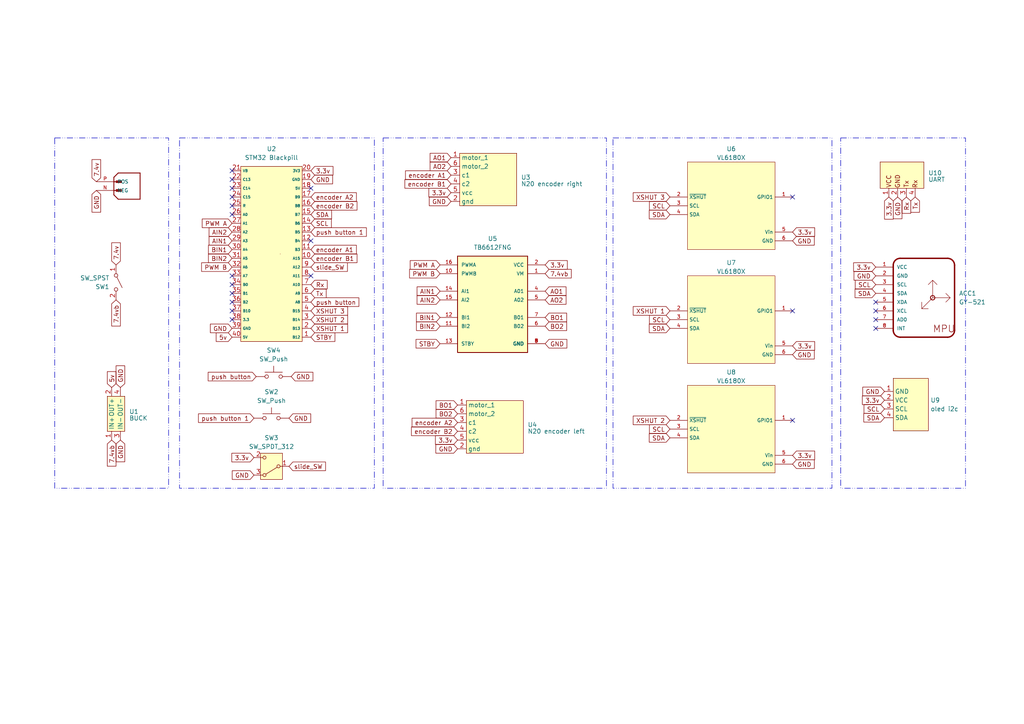
<source format=kicad_sch>
(kicad_sch (version 20250114) (generator "eeschema") (generator_version "9.0")
  (paper "A4")
  (lib_symbols
    (symbol "GY521:GY-521" (pin_names (offset 1.016))
      (property "Reference" "ACC" (at -9.652 11.938 0))
      (property "Value" "GY-521" (at 4.572 -11.938 0))
      (symbol "GY-521_0_0"
        (polyline (pts (xy -11.43 -9.43) (xy -11.43 9.43)) (stroke (width 0.4064)))
        (polyline (pts (xy -9.43 11.43) (xy 4.35 11.43)) (stroke (width 0.4064)))
        (arc (start -11.43 9.43) (mid -10.8442 10.8442) (end -9.43 11.43) (stroke (width 0.4064)))
        (arc (start -9.43 -11.43) (mid -10.8442 -10.8442) (end -11.43 -9.43) (stroke (width 0.4064)))
        (polyline (pts (xy -3.175 -3.175) (xy -3.175 -1.27)) (stroke (width 0.127)))
        (polyline (pts (xy -3.175 -3.175) (xy -1.27 -3.175)) (stroke (width 0.127)))
        (polyline (pts (xy 0 5.08) (xy -1.27 3.81)) (stroke (width 0.127)))
        (polyline (pts (xy 0 0) (xy -3.175 -3.175)) (stroke (width 0.127)))
        (polyline (pts (xy 0 0) (xy 0 5.08)) (stroke (width 0.127)))
        (polyline (pts (xy 0 0) (xy 5.08 0)) (stroke (width 0.127)))
        (circle (center 0 0) (radius 0.635) (stroke (width 0.254)))
        (polyline (pts (xy 1.27 3.81) (xy 0 5.08)) (stroke (width 0.127)))
        (polyline (pts (xy 3.81 1.27) (xy 5.08 0)) (stroke (width 0.127)))
        (arc (start 4.35 11.43) (mid 5.7642 10.8442) (end 6.35 9.43) (stroke (width 0.4064)))
        (arc (start 6.35 -9.43) (mid 5.7642 -10.8442) (end 4.35 -11.43) (stroke (width 0.4064)))
        (polyline (pts (xy 4.35 -11.43) (xy -9.43 -11.43)) (stroke (width 0.4064)))
        (polyline (pts (xy 5.08 0) (xy 3.81 -1.27)) (stroke (width 0.127)))
        (polyline (pts (xy 6.35 9.43) (xy 6.35 -9.43)) (stroke (width 0.4064)))
        (text "MPU" (at 0 -10.16 0) (effects (font (size 2 2)) (justify left bottom)))
      )
      (symbol "GY-521_1_0"
        (pin bidirectional line (at -16.51 8.89 0) (length 5.08) (name "VCC") (number "1"))
        (pin bidirectional line (at -16.51 6.35 0) (length 5.08) (name "GND") (number "2"))
        (pin bidirectional line (at -16.51 3.81 0) (length 5.08) (name "SCL") (number "3"))
        (pin bidirectional line (at -16.51 1.27 0) (length 5.08) (name "SDA") (number "4"))
        (pin bidirectional line (at -16.51 -1.27 0) (length 5.08) (name "XDA") (number "5"))
        (pin bidirectional line (at -16.51 -3.81 0) (length 5.08) (name "XCL") (number "6"))
        (pin bidirectional line (at -16.51 -6.35 0) (length 5.08) (name "AD0") (number "7"))
        (pin bidirectional line (at -16.51 -8.89 0) (length 5.08) (name "INT") (number "8"))
      )
    )
    (symbol "STM32 blackpill:STM32F411CEU6_"
      (property "Reference" "U" (at -3.81 26.924 0))
      (property "Value" "STM32 Blackpill" (at -3.556 23.876 0))
      (symbol "STM32F411CEU6__0_1"
        (rectangle (start -1.27 -3.81) (end -1.27 -3.81))
      )
      (symbol "STM32F411CEU6__1_1"
        (rectangle (start -12.7 21.59) (end 5.08 -29.21) (fill (type background)))
        (pin bidirectional line (at -15.24 20.32 0) (length 2.54) (name "VB") (number "21"))
        (pin bidirectional line (at -15.24 17.78 0) (length 2.54) (name "C13") (number "22"))
        (pin bidirectional line (at -15.24 15.24 0) (length 2.54) (name "C14") (number "23"))
        (pin bidirectional line (at -15.24 12.7 0) (length 2.54) (name "C15") (number "24"))
        (pin bidirectional line (at -15.24 10.16 0) (length 2.54) (name "R") (number "25"))
        (pin bidirectional line (at -15.24 7.62 0) (length 2.54) (name "A0") (number "26"))
        (pin bidirectional line (at -15.24 5.08 0) (length 2.54) (name "A1") (number "27"))
        (pin bidirectional line (at -15.24 2.54 0) (length 2.54) (name "A2") (number "28"))
        (pin bidirectional line (at -15.24 0 0) (length 2.54) (name "A3") (number "29"))
        (pin bidirectional line (at -15.24 -2.54 0) (length 2.54) (name "A4") (number "30"))
        (pin bidirectional line (at -15.24 -5.08 0) (length 2.54) (name "A5") (number "31"))
        (pin bidirectional line (at -15.24 -7.62 0) (length 2.54) (name "A6") (number "32"))
        (pin bidirectional line (at -15.24 -10.16 0) (length 2.54) (name "A7") (number "33"))
        (pin bidirectional line (at -15.24 -12.7 0) (length 2.54) (name "B0") (number "34"))
        (pin bidirectional line (at -15.24 -15.24 0) (length 2.54) (name "B1") (number "35"))
        (pin bidirectional line (at -15.24 -17.78 0) (length 2.54) (name "B2") (number "36"))
        (pin bidirectional line (at -15.24 -20.32 0) (length 2.54) (name "B10") (number "37"))
        (pin bidirectional line (at -15.24 -22.86 0) (length 2.54) (name "3.3") (number "38"))
        (pin bidirectional line (at -15.24 -25.4 0) (length 2.54) (name "GND") (number "39"))
        (pin bidirectional line (at -15.24 -27.94 0) (length 2.54) (name "5V") (number "40"))
        (pin bidirectional line (at 7.62 20.32 180) (length 2.54) (name "3V3") (number "20"))
        (pin bidirectional line (at 7.62 17.78 180) (length 2.54) (name "GND") (number "19"))
        (pin bidirectional line (at 7.62 15.24 180) (length 2.54) (name "5V") (number "18"))
        (pin bidirectional line (at 7.62 12.7 180) (length 2.54) (name "B9") (number "17"))
        (pin bidirectional line (at 7.62 10.16 180) (length 2.54) (name "B8") (number "16"))
        (pin bidirectional line (at 7.62 7.62 180) (length 2.54) (name "B7") (number "15"))
        (pin bidirectional line (at 7.62 5.08 180) (length 2.54) (name "B6") (number "14"))
        (pin bidirectional line (at 7.62 2.54 180) (length 2.54) (name "B5") (number "13"))
        (pin bidirectional line (at 7.62 0 180) (length 2.54) (name "B4") (number "12"))
        (pin bidirectional line (at 7.62 -2.54 180) (length 2.54) (name "B3") (number "11"))
        (pin bidirectional line (at 7.62 -5.08 180) (length 2.54) (name "A15") (number "10"))
        (pin bidirectional line (at 7.62 -7.62 180) (length 2.54) (name "A12") (number "9"))
        (pin bidirectional line (at 7.62 -10.16 180) (length 2.54) (name "A11") (number "8"))
        (pin bidirectional line (at 7.62 -12.7 180) (length 2.54) (name "A10") (number "7"))
        (pin bidirectional line (at 7.62 -15.24 180) (length 2.54) (name "A9") (number "6"))
        (pin bidirectional line (at 7.62 -17.78 180) (length 2.54) (name "A8") (number "5"))
        (pin bidirectional line (at 7.62 -20.32 180) (length 2.54) (name "B15") (number "4"))
        (pin bidirectional line (at 7.62 -22.86 180) (length 2.54) (name "B14") (number "3"))
        (pin bidirectional line (at 7.62 -25.4 180) (length 2.54) (name "B13") (number "2"))
        (pin bidirectional line (at 7.62 -27.94 180) (length 2.54) (name "B12") (number "1"))
      )
    )
    (symbol "Screen_oled:Oled"
      (property "Reference" "U" (at 0 7.112 0))
      (property "Value" "oled i2c" (at 10.414 -6.604 0))
      (symbol "Oled_1_1"
        (rectangle (start -7.62 5.08) (end 7.62 -5.08) (fill (type background)))
        (pin bidirectional line (at -3.81 -7.62 90) (length 2.54) (name "GND") (number "1"))
        (pin bidirectional line (at -1.27 -7.62 90) (length 2.54) (name "VCC") (number "2"))
        (pin bidirectional line (at 1.27 -7.62 90) (length 2.54) (name "SCL") (number "3"))
        (pin bidirectional line (at 3.81 -7.62 90) (length 2.54) (name "SDA") (number "4"))
      )
    )
    (symbol "Switch:SW_Push" (pin_numbers (hide yes)) (pin_names (offset 1.016) (hide yes))
      (property "Reference" "SW" (at 1.27 2.54 0))
      (property "Value" "SW_Push" (at 0 -1.524 0))
      (symbol "SW_Push_0_1"
        (circle (center -2.032 0) (radius 0.508))
        (polyline (pts (xy 0 1.27) (xy 0 3.048)))
        (circle (center 2.032 0) (radius 0.508))
        (polyline (pts (xy 2.54 1.27) (xy -2.54 1.27)))
        (pin passive line (at -5.08 0 0) (length 2.54) (name "1") (number "1"))
        (pin passive line (at 5.08 0 180) (length 2.54) (name "2") (number "2"))
      )
    )
    (symbol "Switch:SW_SPDT_312" (pin_names (offset 1) (hide yes))
      (property "Reference" "SW" (at 0 5.08 0))
      (property "Value" "SW_SPDT_312" (at 0 -5.08 0))
      (symbol "SW_SPDT_312_0_1"
        (circle (center -2.032 0) (radius 0.4572))
        (polyline (pts (xy -1.651 0.254) (xy 1.651 2.286)))
        (circle (center 2.032 2.54) (radius 0.4572))
        (circle (center 2.032 -2.54) (radius 0.4572))
      )
      (symbol "SW_SPDT_312_1_1"
        (rectangle (start -3.175 3.81) (end 3.175 -3.81) (fill (type background)))
        (pin passive line (at -5.08 0 0) (length 2.54) (name "B") (number "1"))
        (pin passive line (at 5.08 2.54 180) (length 2.54) (name "A") (number "3"))
        (pin passive line (at 5.08 -2.54 180) (length 2.54) (name "C") (number "2"))
      )
    )
    (symbol "Switch:SW_SPST" (pin_names (offset 0) (hide yes))
      (property "Reference" "SW1" (at 1.2701 -1.905 90))
      (property "Value" "SW_SPST" (at -1.2699 -1.905 90))
      (symbol "SW_SPST_0_0"
        (circle (center -2.032 0) (radius 0.508))
        (polyline (pts (xy -1.524 0.254) (xy 1.524 1.778)))
        (circle (center 2.032 0) (radius 0.508))
      )
      (symbol "SW_SPST_1_1"
        (pin passive line (at -5.08 0 0) (length 2.54) (name "A") (number "1"))
        (pin passive line (at 5.08 0 180) (length 2.54) (name "B") (number "2"))
      )
    )
    (symbol "TB66:TB6612FNG" (pin_names (offset 1.016))
      (property "Reference" "U" (at -10.16 16.002 0))
      (property "Value" "TB6612FNG" (at -5.588 -16.002 0))
      (symbol "TB6612FNG_0_0"
        (rectangle (start -10.16 -12.7) (end 10.16 15.24) (stroke (width 0.254)) (fill (type background)))
        (pin input line (at -15.24 12.7 0) (length 5.08) (name "PWMA") (number "16"))
        (pin input line (at -15.24 10.16 0) (length 5.08) (name "PWMB") (number "10"))
        (pin input line (at -15.24 5.08 0) (length 5.08) (name "AI1") (number "14"))
        (pin input line (at -15.24 2.54 0) (length 5.08) (name "AI2") (number "15"))
        (pin input line (at -15.24 -2.54 0) (length 5.08) (name "BI1") (number "12"))
        (pin input line (at -15.24 -5.08 0) (length 5.08) (name "BI2") (number "11"))
        (pin input line (at -15.24 -10.16 0) (length 5.08) (name "STBY") (number "13"))
        (pin output line (at 15.24 5.08 180) (length 5.08) (name "A01") (number "4"))
        (pin output line (at 15.24 2.54 180) (length 5.08) (name "A02") (number "5"))
        (pin output line (at 15.24 -2.54 180) (length 5.08) (name "B01") (number "7"))
        (pin output line (at 15.24 -5.08 180) (length 5.08) (name "B02") (number "6"))
      )
      (symbol "TB6612FNG_1_0"
        (pin bidirectional line (at 15.24 12.7 180) (length 5.08) (name "VCC") (number "2"))
        (pin bidirectional line (at 15.24 10.16 180) (length 5.08) (name "VM") (number "1"))
        (pin bidirectional line (at 15.24 -10.16 180) (length 5.08) (name "GND") (number "3"))
        (pin bidirectional line (at 15.24 -10.16 180) (length 5.08) (name "GND") (number "8"))
        (pin bidirectional line (at 15.24 -10.16 180) (length 5.08) (name "GND") (number "9"))
      )
    )
    (symbol "UART:UART"
      (property "Reference" "U" (at 0 0 0))
      (symbol "UART_1_1"
        (rectangle (start -6.35 3.81) (end 6.35 -3.81) (fill (type background)))
        (text "VCC" (at -3.81 -1.778 900) (effects (font (size 1.27 1.27))))
        (text "GND" (at -1.27 -1.778 900) (effects (font (size 1.27 1.27))))
        (text "Tx" (at 1.27 -2.54 900) (effects (font (size 1.27 1.27))))
        (text "Rx" (at 3.81 -2.54 900) (effects (font (size 1.27 1.27))))
        (pin bidirectional line (at -3.81 -6.35 90) (length 2.54) (name "") (number "1"))
        (pin bidirectional line (at -1.27 -6.35 90) (length 2.54) (name "") (number "2"))
        (pin bidirectional line (at 1.27 -6.35 90) (length 2.54) (name "") (number "3"))
        (pin bidirectional line (at 3.81 -6.35 90) (length 2.54) (name "") (number "4"))
      )
    )
    (symbol "VL53L0X:VL6180x"
      (property "Reference" "U" (at 0 0 0))
      (symbol "VL6180x_0_0"
        (rectangle (start -12.7 13.97) (end 12.7 -11.43) (stroke (width 0.127)) (fill (type background)))
      )
      (symbol "VL6180x_1_0"
        (pin input line (at -17.78 3.81 0) (length 5.08) (name "~{XSHUT}") (number "2"))
        (pin input line (at -17.78 1.27 0) (length 5.08) (name "SCL") (number "3"))
        (pin bidirectional line (at -17.78 -1.27 0) (length 5.08) (name "SDA") (number "4"))
        (pin output line (at 17.78 3.81 180) (length 5.08) (name "GPIO1") (number "1"))
        (pin bidirectional line (at 17.78 -6.35 180) (length 5.08) (name "Vin") (number "5"))
        (pin bidirectional line (at 17.78 -8.89 180) (length 5.08) (name "GND") (number "6"))
      )
    )
    (symbol "VL6180x_1"
      (property "Reference" "U" (at 0.254 -14.478 0))
      (symbol "VL6180x_1_0_0"
        (rectangle (start -12.7 13.97) (end 12.7 -11.43) (stroke (width 0.127)) (fill (type background)))
      )
      (symbol "VL6180x_1_1_0"
        (pin input line (at -17.78 3.81 0) (length 5.08) (name "~{XSHUT}") (number "2"))
        (pin input line (at -17.78 1.27 0) (length 5.08) (name "SCL") (number "3"))
        (pin bidirectional line (at -17.78 -1.27 0) (length 5.08) (name "SDA") (number "4"))
        (pin output line (at 17.78 3.81 180) (length 5.08) (name "GPIO1") (number "1"))
        (pin bidirectional line (at 17.78 -6.35 180) (length 5.08) (name "Vin") (number "5"))
        (pin bidirectional line (at 17.78 -8.89 180) (length 5.08) (name "GND") (number "6"))
      )
    )
    (symbol "VL6180x_2"
      (property "Value" "VL6180X" (at 0 15.24 0))
      (symbol "VL6180x_2_0_0"
        (rectangle (start -12.7 13.97) (end 12.7 -11.43) (stroke (width 0.127)) (fill (type background)))
      )
      (symbol "VL6180x_2_1_0"
        (pin input line (at -17.78 3.81 0) (length 5.08) (name "~{XSHUT}") (number "2"))
        (pin input line (at -17.78 1.27 0) (length 5.08) (name "SCL") (number "3"))
        (pin bidirectional line (at -17.78 -1.27 0) (length 5.08) (name "SDA") (number "4"))
        (pin output line (at 17.78 3.81 180) (length 5.08) (name "GPIO1") (number "1"))
        (pin bidirectional line (at 17.78 -6.35 180) (length 5.08) (name "Vin") (number "5"))
        (pin bidirectional line (at 17.78 -8.89 180) (length 5.08) (name "GND") (number "6"))
      )
    )
    (symbol "XT60-M:XT60-M" (pin_names (offset 1.016))
      (property "Reference" "J" (at 0 6.35 0))
      (property "Value" "XT60-M" (at 0 -5.08 0))
      (symbol "XT60-M_0_0"
        (polyline (pts (xy 0 3.81) (xy 0 2.54)) (stroke (width 0.254)))
        (polyline (pts (xy 0 3.81) (xy 1.27 5.08)) (stroke (width 0.254)))
        (polyline (pts (xy 0 2.54) (xy 0 -1.27)) (stroke (width 0.254)))
        (polyline (pts (xy 0 2.54) (xy 1.905 2.54)) (stroke (width 0.254)))
        (polyline (pts (xy 0 0) (xy 1.905 0)) (stroke (width 0.254)))
        (polyline (pts (xy 0 -1.27) (xy 1.27 -2.54)) (stroke (width 0.254)))
        (rectangle (start 0.635 2.2225) (end 2.2225 2.8575) (stroke (width 0.1)) (fill (type outline)))
        (rectangle (start 0.635 -0.3175) (end 2.2225 0.3175) (stroke (width 0.1)) (fill (type outline)))
        (polyline (pts (xy 1.27 -2.54) (xy 7.62 -2.54)) (stroke (width 0.254)))
        (polyline (pts (xy 7.62 5.08) (xy 1.27 5.08)) (stroke (width 0.254)))
        (polyline (pts (xy 7.62 -2.54) (xy 7.62 5.08)) (stroke (width 0.254)))
        (pin passive line (at -5.08 2.54 0) (length 5.08) (name "POS") (number "P"))
        (pin passive line (at -5.08 0 0) (length 5.08) (name "NEG") (number "N"))
      )
    )
    (symbol "buck:buck"
      (property "Reference" "U" (at 2.54 2.032 0))
      (symbol "buck_0_1"
        (rectangle (start -2.54 1.27) (end -2.54 1.27))
      )
      (symbol "buck_1_1"
        (rectangle (start -2.54 1.27) (end 7.62 -3.81) (fill (type background)))
        (pin bidirectional line (at -5.08 0 0) (length 2.54) (name "IN+") (number "1"))
        (pin bidirectional line (at -5.08 -2.54 0) (length 2.54) (name "IN-") (number "3"))
        (pin bidirectional line (at 10.16 0 180) (length 2.54) (name "OUT+") (number "2"))
        (pin bidirectional line (at 10.16 -2.54 180) (length 2.54) (name "OUT-") (number "4"))
      )
    )
    (symbol "encoder motor:encoder_motor"
      (property "Reference" "U" (at 10.414 8.382 0))
      (symbol "encoder_motor_1_1"
        (rectangle (start -5.08 5.08) (end 11.43 -10.16) (fill (type background)))
        (pin bidirectional line (at -7.62 3.81 0) (length 2.54) (name "motor_1") (number "1"))
        (pin bidirectional line (at -7.62 1.27 0) (length 2.54) (name "motor_2") (number "6"))
        (pin bidirectional line (at -7.62 -1.27 0) (length 2.54) (name "c1") (number "3"))
        (pin bidirectional line (at -7.62 -3.81 0) (length 2.54) (name "c2") (number "4"))
        (pin bidirectional line (at -7.62 -6.35 0) (length 2.54) (name "vcc") (number "5"))
        (pin bidirectional line (at -7.62 -8.89 0) (length 2.54) (name "gnd") (number "2"))
      )
    )
  )
  (rectangle (start 243.84 40.005) (end 280.035 141.605) (stroke (width 0) (type dash_dot_dot)))
  (rectangle (start 52.07 40.005) (end 108.585 141.605) (stroke (width 0) (type dash_dot_dot)))
  (rectangle (start 177.8 40.005) (end 241.3 141.605) (stroke (width 0) (type dash_dot_dot)))
  (rectangle (start 111.125 40.005) (end 175.895 141.605) (stroke (width 0) (type dash_dot_dot)))
  (rectangle (start 15.875 40.005) (end 48.895 141.605) (stroke (width 0) (type dash_dot_dot)))
  (no_connect (at 67.31 90.17))
  (no_connect (at 67.31 85.09))
  (no_connect (at 67.31 49.53))
  (no_connect (at 67.31 54.61))
  (no_connect (at 229.87 90.17))
  (no_connect (at 67.31 57.15))
  (no_connect (at 67.31 82.55))
  (no_connect (at 67.31 87.63))
  (no_connect (at 90.17 69.85))
  (no_connect (at 254 87.63))
  (no_connect (at 67.31 80.01))
  (no_connect (at 67.31 52.07))
  (no_connect (at 254 95.25))
  (no_connect (at 229.87 121.92))
  (no_connect (at 229.87 57.15))
  (no_connect (at 67.31 92.71))
  (no_connect (at 67.31 59.69))
  (no_connect (at 254 92.71))
  (no_connect (at 90.17 54.61))
  (no_connect (at 67.31 62.23))
  (no_connect (at 90.17 80.01))
  (no_connect (at 254 90.17))
  (global_label "PWM A" (shape input) (at 67.31 64.77 180) (property "Intersheetrefs" "${INTERSHEET_REFS}" (effects (hide yes))))
  (global_label "encoder B1" (shape input) (at 130.81 53.34 180) (property "Intersheetrefs" "${INTERSHEET_REFS}" (effects (hide yes))))
  (global_label "push button" (shape input) (at 74.295 109.22 180) (property "Intersheetrefs" "${INTERSHEET_REFS}" (effects (hide yes))))
  (global_label "GND" (shape input) (at 67.31 95.25 180) (property "Intersheetrefs" "${INTERSHEET_REFS}" (effects (hide yes))))
  (global_label "GND" (shape input) (at 254 80.01 180) (property "Intersheetrefs" "${INTERSHEET_REFS}" (effects (hide yes))))
  (global_label "GND" (shape input) (at 34.925 112.395 90) (property "Intersheetrefs" "${INTERSHEET_REFS}" (effects (hide yes))))
  (global_label "3.3v" (shape input) (at 130.81 55.88 180) (property "Intersheetrefs" "${INTERSHEET_REFS}" (effects (hide yes))))
  (global_label "7.4vb" (shape input) (at 33.655 86.995 270) (property "Intersheetrefs" "${INTERSHEET_REFS}" (effects (hide yes))))
  (global_label "PWM B" (shape input) (at 67.31 77.47 180) (property "Intersheetrefs" "${INTERSHEET_REFS}" (effects (hide yes))))
  (global_label "XSHUT 3" (shape input) (at 194.31 57.15 180) (property "Intersheetrefs" "${INTERSHEET_REFS}" (effects (hide yes))))
  (global_label "SCL" (shape input) (at 194.31 59.69 180) (property "Intersheetrefs" "${INTERSHEET_REFS}" (effects (hide yes))))
  (global_label "GND" (shape input) (at 132.715 130.175 180) (property "Intersheetrefs" "${INTERSHEET_REFS}" (effects (hide yes))))
  (global_label "encoder B2" (shape input) (at 132.715 125.095 180) (property "Intersheetrefs" "${INTERSHEET_REFS}" (effects (hide yes))))
  (global_label "Rx" (shape input) (at 262.89 57.15 270) (property "Intersheetrefs" "${INTERSHEET_REFS}" (effects (hide yes))))
  (global_label "SDA" (shape input) (at 194.31 62.23 180) (property "Intersheetrefs" "${INTERSHEET_REFS}" (effects (hide yes))))
  (global_label "7.4vb" (shape input) (at 158.115 79.375 0) (property "Intersheetrefs" "${INTERSHEET_REFS}" (effects (hide yes))))
  (global_label "encoder A2" (shape input) (at 90.17 57.15 0) (property "Intersheetrefs" "${INTERSHEET_REFS}" (effects (hide yes))))
  (global_label "AIN1" (shape input) (at 127.635 84.455 180) (property "Intersheetrefs" "${INTERSHEET_REFS}" (effects (hide yes))))
  (global_label "3.3v" (shape input) (at 158.115 76.835 0) (property "Intersheetrefs" "${INTERSHEET_REFS}" (effects (hide yes))))
  (global_label "XSHUT 1" (shape input) (at 90.17 95.25 0) (property "Intersheetrefs" "${INTERSHEET_REFS}" (effects (hide yes))))
  (global_label "XSHUT 3" (shape input) (at 90.17 90.17 0) (property "Intersheetrefs" "${INTERSHEET_REFS}" (effects (hide yes))))
  (global_label "3.3v" (shape input) (at 132.715 127.635 180) (property "Intersheetrefs" "${INTERSHEET_REFS}" (effects (hide yes))))
  (global_label "BO2" (shape input) (at 158.115 94.615 0) (property "Intersheetrefs" "${INTERSHEET_REFS}" (effects (hide yes))))
  (global_label "3.3v" (shape input) (at 90.17 49.53 0) (property "Intersheetrefs" "${INTERSHEET_REFS}" (effects (hide yes))))
  (global_label "push button 1" (shape input) (at 73.66 121.285 180) (property "Intersheetrefs" "${INTERSHEET_REFS}" (effects (hide yes))))
  (global_label "AIN2" (shape input) (at 127.635 86.995 180) (property "Intersheetrefs" "${INTERSHEET_REFS}" (effects (hide yes))))
  (global_label "encoder A1" (shape input) (at 90.17 72.39 0) (property "Intersheetrefs" "${INTERSHEET_REFS}" (effects (hide yes))))
  (global_label "BIN2" (shape input) (at 127.635 94.615 180) (property "Intersheetrefs" "${INTERSHEET_REFS}" (effects (hide yes))))
  (global_label "AO1" (shape input) (at 130.81 45.72 180) (property "Intersheetrefs" "${INTERSHEET_REFS}" (effects (hide yes))))
  (global_label "3.3v" (shape input) (at 229.87 67.31 0) (property "Intersheetrefs" "${INTERSHEET_REFS}" (effects (hide yes))))
  (global_label "BIN2" (shape input) (at 67.31 74.93 180) (property "Intersheetrefs" "${INTERSHEET_REFS}" (effects (hide yes))))
  (global_label "encoder A1" (shape input) (at 130.81 50.8 180) (property "Intersheetrefs" "${INTERSHEET_REFS}" (effects (hide yes))))
  (global_label "encoder B2" (shape input) (at 90.17 59.69 0) (property "Intersheetrefs" "${INTERSHEET_REFS}" (effects (hide yes))))
  (global_label "encoder B1" (shape input) (at 90.17 74.93 0) (property "Intersheetrefs" "${INTERSHEET_REFS}" (effects (hide yes))))
  (global_label "SDA" (shape input) (at 194.31 127 180) (property "Intersheetrefs" "${INTERSHEET_REFS}" (effects (hide yes))))
  (global_label "BIN1" (shape input) (at 67.31 72.39 180) (property "Intersheetrefs" "${INTERSHEET_REFS}" (effects (hide yes))))
  (global_label "AO1" (shape input) (at 158.115 84.455 0) (property "Intersheetrefs" "${INTERSHEET_REFS}" (effects (hide yes))))
  (global_label "3.3v" (shape input) (at 73.66 132.715 180) (property "Intersheetrefs" "${INTERSHEET_REFS}" (effects (hide yes))))
  (global_label "5v" (shape input) (at 32.385 112.395 90) (property "Intersheetrefs" "${INTERSHEET_REFS}" (effects (hide yes))))
  (global_label "PWM B" (shape input) (at 127.635 79.375 180) (property "Intersheetrefs" "${INTERSHEET_REFS}" (effects (hide yes))))
  (global_label "GND" (shape input) (at 260.35 57.15 270) (property "Intersheetrefs" "${INTERSHEET_REFS}" (effects (hide yes))))
  (global_label "BO1" (shape input) (at 158.115 92.075 0) (property "Intersheetrefs" "${INTERSHEET_REFS}" (effects (hide yes))))
  (global_label "7.4v" (shape input) (at 33.655 76.835 90) (property "Intersheetrefs" "${INTERSHEET_REFS}" (effects (hide yes))))
  (global_label "Tx" (shape input) (at 90.17 85.09 0) (property "Intersheetrefs" "${INTERSHEET_REFS}" (effects (hide yes))))
  (global_label "GND" (shape input) (at 90.17 52.07 0) (property "Intersheetrefs" "${INTERSHEET_REFS}" (effects (hide yes))))
  (global_label "Rx" (shape input) (at 90.17 82.55 0) (property "Intersheetrefs" "${INTERSHEET_REFS}" (effects (hide yes))))
  (global_label "GND" (shape input) (at 27.94 55.245 270) (property "Intersheetrefs" "${INTERSHEET_REFS}" (effects (hide yes))))
  (global_label "SCL" (shape input) (at 194.31 92.71 180) (property "Intersheetrefs" "${INTERSHEET_REFS}" (effects (hide yes))))
  (global_label "3.3v" (shape input) (at 254 77.47 180) (property "Intersheetrefs" "${INTERSHEET_REFS}" (effects (hide yes))))
  (global_label "5v" (shape input) (at 67.31 97.79 180) (property "Intersheetrefs" "${INTERSHEET_REFS}" (effects (hide yes))))
  (global_label "GND" (shape input) (at 83.82 121.285 0) (property "Intersheetrefs" "${INTERSHEET_REFS}" (effects (hide yes))))
  (global_label "BIN1" (shape input) (at 127.635 92.075 180) (property "Intersheetrefs" "${INTERSHEET_REFS}" (effects (hide yes))))
  (global_label "STBY" (shape input) (at 90.17 97.79 0) (property "Intersheetrefs" "${INTERSHEET_REFS}" (effects (hide yes))))
  (global_label "AO2" (shape input) (at 158.115 86.995 0) (property "Intersheetrefs" "${INTERSHEET_REFS}" (effects (hide yes))))
  (global_label "AIN2" (shape input) (at 67.31 67.31 180) (property "Intersheetrefs" "${INTERSHEET_REFS}" (effects (hide yes))))
  (global_label "SDA" (shape input) (at 90.17 62.23 0) (property "Intersheetrefs" "${INTERSHEET_REFS}" (effects (hide yes))))
  (global_label "XSHUT 1" (shape input) (at 194.31 90.17 180) (property "Intersheetrefs" "${INTERSHEET_REFS}" (effects (hide yes))))
  (global_label "AO2" (shape input) (at 130.81 48.26 180) (property "Intersheetrefs" "${INTERSHEET_REFS}" (effects (hide yes))))
  (global_label "push button" (shape input) (at 90.17 87.63 0) (property "Intersheetrefs" "${INTERSHEET_REFS}" (effects (hide yes))))
  (global_label "SDA" (shape input) (at 256.54 121.158 180) (property "Intersheetrefs" "${INTERSHEET_REFS}" (effects (hide yes))))
  (global_label "GND" (shape input) (at 84.455 109.22 0) (property "Intersheetrefs" "${INTERSHEET_REFS}" (effects (hide yes))))
  (global_label "GND" (shape input) (at 229.87 134.62 0) (property "Intersheetrefs" "${INTERSHEET_REFS}" (effects (hide yes))))
  (global_label "STBY" (shape input) (at 127.635 99.695 180) (property "Intersheetrefs" "${INTERSHEET_REFS}" (effects (hide yes))))
  (global_label "Tx" (shape input) (at 265.43 57.15 270) (property "Intersheetrefs" "${INTERSHEET_REFS}" (effects (hide yes))))
  (global_label "XSHUT 2" (shape input) (at 194.31 121.92 180) (property "Intersheetrefs" "${INTERSHEET_REFS}" (effects (hide yes))))
  (global_label "AIN1" (shape input) (at 67.31 69.85 180) (property "Intersheetrefs" "${INTERSHEET_REFS}" (effects (hide yes))))
  (global_label "7.4vb" (shape input) (at 32.385 127.635 270) (property "Intersheetrefs" "${INTERSHEET_REFS}" (effects (hide yes))))
  (global_label "SDA" (shape input) (at 194.31 95.25 180) (property "Intersheetrefs" "${INTERSHEET_REFS}" (effects (hide yes))))
  (global_label "7.4v" (shape input) (at 27.94 52.705 90) (property "Intersheetrefs" "${INTERSHEET_REFS}" (effects (hide yes))))
  (global_label "SCL" (shape input) (at 194.31 124.46 180) (property "Intersheetrefs" "${INTERSHEET_REFS}" (effects (hide yes))))
  (global_label "slide_SW" (shape input) (at 90.17 77.47 0) (property "Intersheetrefs" "${INTERSHEET_REFS}" (effects (hide yes))))
  (global_label "PWM A" (shape input) (at 127.635 76.835 180) (property "Intersheetrefs" "${INTERSHEET_REFS}" (effects (hide yes))))
  (global_label "SCL" (shape input) (at 256.54 118.618 180) (property "Intersheetrefs" "${INTERSHEET_REFS}" (effects (hide yes))))
  (global_label "3.3v" (shape input) (at 257.81 57.15 270) (property "Intersheetrefs" "${INTERSHEET_REFS}" (effects (hide yes))))
  (global_label "push button 1" (shape input) (at 90.17 67.31 0) (property "Intersheetrefs" "${INTERSHEET_REFS}" (effects (hide yes))))
  (global_label "XSHUT 2" (shape input) (at 90.17 92.71 0) (property "Intersheetrefs" "${INTERSHEET_REFS}" (effects (hide yes))))
  (global_label "encoder A2" (shape input) (at 132.715 122.555 180) (property "Intersheetrefs" "${INTERSHEET_REFS}" (effects (hide yes))))
  (global_label "slide_SW" (shape input) (at 83.82 135.255 0) (property "Intersheetrefs" "${INTERSHEET_REFS}" (effects (hide yes))))
  (global_label "SDA" (shape input) (at 254 85.09 180) (property "Intersheetrefs" "${INTERSHEET_REFS}" (effects (hide yes))))
  (global_label "GND" (shape input) (at 229.87 69.85 0) (property "Intersheetrefs" "${INTERSHEET_REFS}" (effects (hide yes))))
  (global_label "GND" (shape input) (at 34.925 127.635 270) (property "Intersheetrefs" "${INTERSHEET_REFS}" (effects (hide yes))))
  (global_label "3.3v" (shape input) (at 229.87 132.08 0) (property "Intersheetrefs" "${INTERSHEET_REFS}" (effects (hide yes))))
  (global_label "BO2" (shape input) (at 132.715 120.015 180) (property "Intersheetrefs" "${INTERSHEET_REFS}" (effects (hide yes))))
  (global_label "3.3v" (shape input) (at 256.54 116.078 180) (property "Intersheetrefs" "${INTERSHEET_REFS}" (effects (hide yes))))
  (global_label "GND" (shape input) (at 256.54 113.538 180) (property "Intersheetrefs" "${INTERSHEET_REFS}" (effects (hide yes))))
  (global_label "SCL" (shape input) (at 254 82.55 180) (property "Intersheetrefs" "${INTERSHEET_REFS}" (effects (hide yes))))
  (global_label "GND" (shape input) (at 130.81 58.42 180) (property "Intersheetrefs" "${INTERSHEET_REFS}" (effects (hide yes))))
  (global_label "3.3v" (shape input) (at 229.87 100.33 0) (property "Intersheetrefs" "${INTERSHEET_REFS}" (effects (hide yes))))
  (global_label "GND" (shape input) (at 73.66 137.795 180) (property "Intersheetrefs" "${INTERSHEET_REFS}" (effects (hide yes))))
  (global_label "SCL" (shape input) (at 90.17 64.77 0) (property "Intersheetrefs" "${INTERSHEET_REFS}" (effects (hide yes))))
  (global_label "GND" (shape input) (at 158.115 99.695 0) (property "Intersheetrefs" "${INTERSHEET_REFS}" (effects (hide yes))))
  (global_label "BO1" (shape input) (at 132.715 117.475 180) (property "Intersheetrefs" "${INTERSHEET_REFS}" (effects (hide yes))))
  (global_label "GND" (shape input) (at 229.87 102.87 0) (property "Intersheetrefs" "${INTERSHEET_REFS}" (effects (hide yes))))
  (symbol (lib_id "XT60-M:XT60-M") (at 33.02 55.245 0) (unit 1)
    (property "Reference" "J1" (effects (hide yes)))
    (property "Value" "XT60-M" (effects (hide yes)))
    (property "Footprint" "XT60:AMASS_XT60-M" (effects (hide yes)))
    (property "MF" "AMASS" (effects (hide yes)))
    (property "MAXIMUM_PACKAGE_HEIGHT" "16.00 mm" (effects (hide yes)))
    (property "Package" "Package" (effects (hide yes)))
    (property "Price" "None" (effects (hide yes)))
    (property "Check_prices" "https://www.snapeda.com/parts/XT60-M/AMASS/view-part/?ref=eda" (effects (hide yes)))
    (property "STANDARD" "IPC 7351B" (effects (hide yes)))
    (property "PARTREV" "V1.2" (effects (hide yes)))
    (property "SnapEDA_Link" "https://www.snapeda.com/parts/XT60-M/AMASS/view-part/?ref=snap" (effects (hide yes)))
    (property "MP" "XT60-M" (effects (hide yes)))
    (property "Description_1" "\n                        \n                            Plug; DC supply; XT60; male; PIN: 2; for cable; soldered; 30A; 500V\n                        \n" (effects (hide yes)))
    (property "Availability" "Not in stock" (effects (hide yes)))
    (property "MANUFACTURER" "AMASS" (effects (hide yes)))
  )
  (symbol (lib_id "Switch:SW_Push") (at 78.74 121.285 0) (unit 1)
    (property "Reference" "SW2" (at 78.74 113.665 0))
    (property "Value" "SW_Push" (at 78.74 116.205 0))
    (property "Footprint" "push button 1:SW_VS-1213-67-160GF" (effects (hide yes)))
    (property "Description" "Push button switch, generic, two pins" (effects (hide yes)))
  )
  (symbol (lib_id "TB66:TB6612FNG") (at 142.875 89.535 0) (unit 1)
    (property "Reference" "U5" (at 142.875 69.215 0))
    (property "Value" "TB6612FNG" (at 142.875 71.755 0))
    (property "Footprint" "TB6612FNG:TB6612FNG" (effects (hide yes)))
    (property "MF" "SparkFun Electronics" (effects (hide yes)))
    (property "Description_1" "\n                        \n                            TB6612FNG - Motor Controller/Driver Power Management Evaluation Board\n                        \n" (effects (hide yes)))
    (property "Package" "None" (effects (hide yes)))
    (property "Price" "None" (effects (hide yes)))
    (property "Check_prices" "https://www.snapeda.com/parts/ROB-14450/SparkFun/view-part/?ref=eda" (effects (hide yes)))
    (property "STANDARD" "Manufacturer Recommendation" (effects (hide yes)))
    (property "PARTREV" "11-13-17" (effects (hide yes)))
    (property "SnapEDA_Link" "https://www.snapeda.com/parts/ROB-14450/SparkFun/view-part/?ref=snap" (effects (hide yes)))
    (property "MP" "ROB-14450" (effects (hide yes)))
    (property "Availability" "In Stock" (effects (hide yes)))
    (property "MANUFACTURER" "Sparkfun Electronics" (effects (hide yes)))
  )
  (symbol (lib_id "Switch:SW_SPDT_312") (at 78.74 135.255 180) (unit 1)
    (property "Reference" "SW3" (at 78.74 127 0))
    (property "Value" "SW_SPDT_312" (at 78.74 129.54 0))
    (property "Footprint" "slide switch:SLIDE SW" (effects (hide yes)))
    (property "Description" "Switch, single pole double throw" (effects (hide yes)))
  )
  (symbol (lib_id "GY521:GY-521") (at 270.51 86.36 0) (unit 1)
    (property "Reference" "ACC1" (at 278.13 85.0899 0) (effects (justify left)))
    (property "Value" "GY-521" (at 278.13 87.6299 0) (effects (justify left)))
    (property "Footprint" "GY-521:GY-521_SMD" (effects (hide yes)))
    (property "MF" "GODREAM FORDREAM CO., LIMITED" (effects (hide yes)))
    (property "Description_1" "\n                        \n                            Triple Axis Accelerometer Gyro Breakout\n                        \n" (effects (hide yes)))
    (property "Package" "Package" (effects (hide yes)))
    (property "Price" "None" (effects (hide yes)))
    (property "SnapEDA_Link" "https://www.snapeda.com/parts/GY-521/GODREAM+FORDREAM+CO.%252C+LIMITED/view-part/?ref=snap" (effects (hide yes)))
    (property "MP" "GY-521" (effects (hide yes)))
    (property "Availability" "Not in stock" (effects (hide yes)))
    (property "Check_prices" "https://www.snapeda.com/parts/GY-521/GODREAM+FORDREAM+CO.%252C+LIMITED/view-part/?ref=eda" (effects (hide yes)))
  )
  (symbol (lib_id "UART:UART") (at 261.62 50.8 0) (unit 1)
    (property "Reference" "U10" (at 269.24 50.1649 0) (effects (justify left)))
    (property "Value" "UART" (at 269.24 52.07 0) (effects (justify left)))
    (property "Footprint" "Connector_PinHeader_2.54mm:PinHeader_1x04_P2.54mm_Vertical" (effects (hide yes)))
  )
  (symbol (lib_id "Switch:SW_Push") (at 79.375 109.22 0) (unit 1)
    (property "Reference" "SW4" (at 79.375 101.6 0))
    (property "Value" "SW_Push" (at 79.375 104.14 0))
    (property "Footprint" "push button 1:SW_VS-1213-67-160GF" (effects (hide yes)))
    (property "Description" "Push button switch, generic, two pins" (effects (hide yes)))
  )
  (symbol (lib_name "VL6180x_1") (lib_id "VL53L0X:VL6180x") (at 212.09 125.73 0) (unit 1)
    (property "Reference" "U8" (at 212.09 107.95 0))
    (property "Value" "VL6180X" (at 212.09 110.49 0))
    (property "Footprint" "VL6180X:VL6180X" (effects (hide yes)))
  )
  (symbol (lib_id "encoder motor:encoder_motor") (at 138.43 49.53 0) (unit 1)
    (property "Reference" "U3" (at 151.13 51.4349 0) (effects (justify left)))
    (property "Value" "N20 encoder right" (at 151.13 53.34 0) (effects (justify left)))
    (property "Footprint" "Connector_PinHeader_2.54mm:PinHeader_1x06_P2.54mm_Vertical" (effects (hide yes)))
  )
  (symbol (lib_id "STM32 blackpill:STM32F411CEU6_") (at 82.55 69.85 0) (unit 1)
    (property "Reference" "U2" (at 78.74 43.18 0))
    (property "Value" "STM32 Blackpill" (at 78.74 45.72 0))
    (property "Footprint" "STM32:STM32" (effects (hide yes)))
  )
  (symbol (lib_id "encoder motor:encoder_motor") (at 140.335 121.285 0) (unit 1)
    (property "Reference" "U4" (at 153.035 123.1899 0) (effects (justify left)))
    (property "Value" "N20 encoder left" (at 153.035 125.095 0) (effects (justify left)))
    (property "Footprint" "Connector_PinHeader_2.54mm:PinHeader_1x06_P2.54mm_Vertical" (effects (hide yes)))
  )
  (symbol (lib_name "VL6180x_2") (lib_id "VL53L0X:VL6180x") (at 212.09 60.96 0) (unit 1)
    (property "Reference" "U6" (at 212.09 43.18 0))
    (property "Value" "VL6180X" (at 212.09 45.72 0))
    (property "Footprint" "VL6180X:VL6180X" (effects (hide yes)))
  )
  (symbol (lib_id "buck:buck") (at 32.385 122.555 90) (unit 1)
    (property "Reference" "U1" (at 37.465 119.3799 90) (effects (justify right)))
    (property "Value" "BUCK" (at 37.465 121.285 90) (effects (justify right)))
    (property "Footprint" "buck:buck" (effects (hide yes)))
  )
  (symbol (lib_id "Screen_oled:Oled") (at 264.16 117.348 270) (unit 1)
    (property "Reference" "U9" (at 269.875 116.0779 90) (effects (justify left)))
    (property "Value" "oled i2c" (at 269.875 118.6179 90) (effects (justify left)))
    (property "Footprint" "oled:oled" (effects (hide yes)))
  )
  (symbol (lib_id "Switch:SW_SPST") (at 33.655 81.915 270) (unit 1)
    (property "Reference" "SW1" (at 31.75 83.1851 90) (effects (justify right)))
    (property "Value" "SW_SPST" (at 31.75 80.6451 90) (effects (justify right)))
    (property "Footprint" "power switch:battery_sw" (effects (hide yes)))
    (property "Description" "Single Pole Single Throw (SPST) switch" (effects (hide yes)))
  )
  (symbol (lib_id "VL53L0X:VL6180x") (at 212.09 93.98 0) (unit 1)
    (property "Reference" "U7" (at 212.09 76.2 0))
    (property "Value" "VL6180X" (at 212.09 78.74 0))
    (property "Footprint" "VL6180X:VL6180X" (effects (hide yes)))
  )
)
</source>
